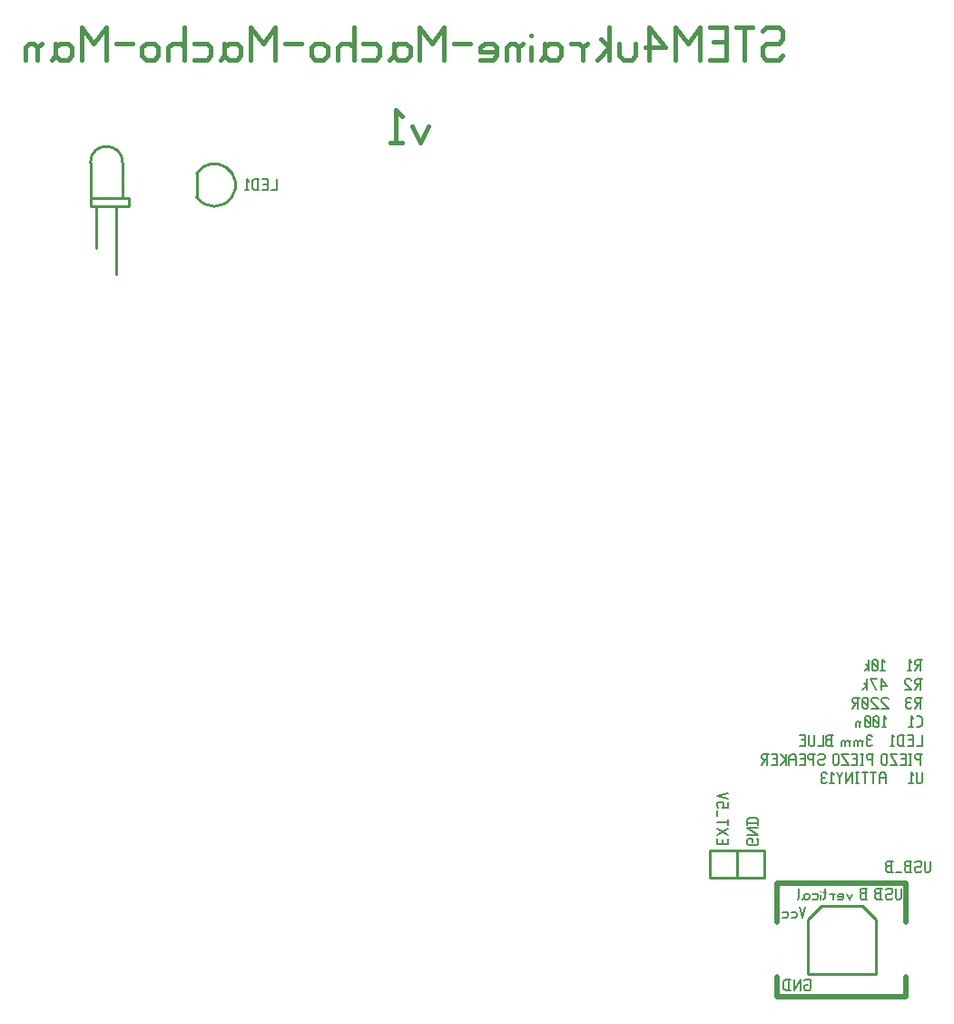
<source format=gbo>
G04 start of page 2 for group 10 layer_idx 5 *
G04 Title: (unknown), bottom_silk *
G04 Creator: pcb-rnd 3.1.5-dev *
G04 CreationDate: 2024-03-24 11:16:41 UTC *
G04 For: STEM4ukraine *
G04 Format: Gerber/RS-274X *
G04 PCB-Dimensions: 393701 374016 *
G04 PCB-Coordinate-Origin: lower left *
%MOIN*%
%FSLAX25Y25*%
%LNBOTTOM_SILK_NONE_10*%
%ADD44C,0.0180*%
%ADD43C,0.0070*%
%ADD42C,0.0200*%
%ADD41C,0.0100*%
G54D41*X118488Y302570D02*Y293887D01*
X93701Y293504D02*Y290354D01*
X79528D01*
Y306496D01*
X93701Y293504D02*X79528D01*
X91339D02*Y306496D01*
X307000Y54016D02*X327000D01*
X307000D02*Y44016D01*
X317000D01*
X88976Y290354D02*Y265551D01*
X81496Y290354D02*Y275000D01*
X327000Y44016D02*Y54016D01*
Y44016D02*X307000D01*
X317000Y54016D02*Y44016D01*
X367972Y8701D02*Y28701D01*
X362972Y33701D01*
X347972D01*
X342972Y28701D01*
Y8701D01*
X367972D01*
G54D42*X331693Y42126D02*Y27638D01*
X379094Y42126D02*Y27638D01*
Y394D02*X331693D01*
Y7874D02*Y394D01*
Y42126D02*X379094D01*
Y7874D02*Y394D01*
G54D41*X118488Y302570D02*G75*G02X131512Y293887I6512J-4341D01*G01*
X131512Y293887D02*G75*G02X118488Y293887I-6512J4341D01*G01*
X91339Y306496D02*G75*G03X79528Y306496I-5906J0D01*G01*
G54D43*X384843Y110220D02*X382843D01*
X382343Y109720D01*
Y108720D01*
X382843Y108220D02*X382343Y108720D01*
X384343Y108220D02*X382843D01*
X384343Y110220D02*Y106220D01*
X383543Y108220D02*X382343Y106220D01*
X381143Y109720D02*X380643Y110220D01*
X379643D01*
X379143Y109720D01*
X379643Y106220D02*X379143Y106720D01*
X380643Y106220D02*X379643D01*
X381143Y106720D02*X380643Y106220D01*
Y108420D02*X379643D01*
X379143Y109720D02*Y108920D01*
Y107920D02*Y106720D01*
Y107920D02*X379643Y108420D01*
X379143Y108920D02*X379643Y108420D01*
X372543Y109720D02*X372043Y110220D01*
X370543D01*
X370043Y109720D01*
Y108720D01*
X372543Y106220D02*X370043Y108720D01*
X372543Y106220D02*X370043D01*
X368843Y109720D02*X368343Y110220D01*
X366843D01*
X366343Y109720D01*
Y108720D01*
X368843Y106220D02*X366343Y108720D01*
X368843Y106220D02*X366343D01*
X365143Y106720D02*X364643Y106220D01*
X365143Y109720D02*Y106720D01*
Y109720D02*X364643Y110220D01*
X363643D01*
X363143Y109720D01*
Y106720D01*
X363643Y106220D02*X363143Y106720D01*
X364643Y106220D02*X363643D01*
X365143Y107220D02*X363143Y109220D01*
X361942Y110220D02*X359942D01*
X359442Y109720D01*
Y108720D01*
X359942Y108220D02*X359442Y108720D01*
X361442Y108220D02*X359942D01*
X361442Y110220D02*Y106220D01*
X360642Y108220D02*X359442Y106220D01*
X384843Y117110D02*X382843D01*
X382343Y116610D01*
Y115610D01*
X382843Y115110D02*X382343Y115610D01*
X384343Y115110D02*X382843D01*
X384343Y117110D02*Y113110D01*
X383543Y115110D02*X382343Y113110D01*
X381143Y116610D02*X380643Y117110D01*
X379143D01*
X378643Y116610D01*
Y115610D01*
X381143Y113110D02*X378643Y115610D01*
X381143Y113110D02*X378643D01*
X372043Y114610D02*X370043Y117110D01*
X372043Y114610D02*X369543D01*
X370043Y117110D02*Y113110D01*
X367843D02*X365843Y117110D01*
X368343D02*X365843D01*
X364643D02*Y113110D01*
Y114610D02*X363143Y113110D01*
X364643Y114610D02*X363643Y115610D01*
X384843Y124000D02*X382843D01*
X382343Y123500D01*
Y122500D01*
X382843Y122000D02*X382343Y122500D01*
X384343Y122000D02*X382843D01*
X384343Y124000D02*Y120000D01*
X383543Y122000D02*X382343Y120000D01*
X381143Y123200D02*X380343Y124000D01*
Y120000D01*
X381143D02*X379643D01*
X371243Y123200D02*X370443Y124000D01*
Y120000D01*
X371243D02*X369743D01*
X368543Y120500D02*X368043Y120000D01*
X368543Y123500D02*Y120500D01*
Y123500D02*X368043Y124000D01*
X367043D01*
X366543Y123500D01*
Y120500D01*
X367043Y120000D02*X366543Y120500D01*
X368043Y120000D02*X367043D01*
X368543Y121000D02*X366543Y123000D01*
X365343Y124000D02*Y120000D01*
Y121500D02*X363843Y120000D01*
X365343Y121500D02*X364343Y122500D01*
X324787Y58102D02*X324287Y58602D01*
X324787Y56602D02*Y58102D01*
X324287Y56102D02*X324787Y56602D01*
X324287Y56102D02*X321287D01*
X320787Y56602D01*
Y58102D01*
X321287Y58602D01*
X322287D02*X321287D01*
X322787Y58102D02*X322287Y58602D01*
X322787Y57102D02*Y58102D01*
X324787Y59802D02*X320787D01*
X324787D02*X320787Y62302D01*
X324787D02*X320787D01*
X324787Y64002D02*X320787D01*
X324787Y65302D02*X324087Y66002D01*
X321487D01*
X320787Y65302D02*X321487Y66002D01*
X320787Y63502D02*Y65302D01*
X324787Y63502D02*Y65302D01*
X384143Y99331D02*X382843D01*
X384843Y100031D02*X384143Y99331D01*
X384843Y102631D02*Y100031D01*
Y102631D02*X384143Y103331D01*
X382843D01*
X381643Y102531D02*X380843Y103331D01*
Y99331D01*
X381643D02*X380143D01*
X371743Y102531D02*X370943Y103331D01*
Y99331D01*
X371743D02*X370243D01*
X369043Y99831D02*X368543Y99331D01*
X369043Y102831D02*Y99831D01*
Y102831D02*X368543Y103331D01*
X367543D01*
X367043Y102831D01*
Y99831D01*
X367543Y99331D02*X367043Y99831D01*
X368543Y99331D02*X367543D01*
X369043Y100331D02*X367043Y102331D01*
X365843Y99831D02*X365343Y99331D01*
X365843Y102831D02*Y99831D01*
Y102831D02*X365343Y103331D01*
X364343D01*
X363843Y102831D01*
Y99831D01*
X364343Y99331D02*X363843Y99831D01*
X365343Y99331D02*X364343D01*
X365843Y100331D02*X363843Y102331D01*
X362142Y100831D02*Y99331D01*
Y100831D02*X361642Y101331D01*
X361142D01*
X360642Y100831D01*
Y99331D01*
X362642Y101331D02*X362142Y100831D01*
X384843Y96441D02*Y92441D01*
X382843D01*
X381643Y94641D02*X380143D01*
X381643Y92441D02*X379643D01*
X381643Y96441D02*Y92441D01*
Y96441D02*X379643D01*
X377943D02*Y92441D01*
X376643Y96441D02*X375943Y95741D01*
Y93141D01*
X376643Y92441D02*X375943Y93141D01*
X378443Y92441D02*X376643D01*
X378443Y96441D02*X376643D01*
X374743Y95641D02*X373943Y96441D01*
Y92441D01*
X374743D02*X373243D01*
X366643Y95941D02*X366143Y96441D01*
X365143D01*
X364643Y95941D01*
X365143Y92441D02*X364643Y92941D01*
X366143Y92441D02*X365143D01*
X366643Y92941D02*X366143Y92441D01*
Y94641D02*X365143D01*
X364643Y95941D02*Y95141D01*
Y94141D02*Y92941D01*
Y94141D02*X365143Y94641D01*
X364643Y95141D02*X365143Y94641D01*
X362942Y93941D02*Y92441D01*
Y93941D02*X362442Y94441D01*
X361942D01*
X361442Y93941D01*
Y92441D01*
Y93941D02*X360942Y94441D01*
X360442D01*
X359942Y93941D01*
Y92441D01*
X363442Y94441D02*X362942Y93941D01*
X358242D02*Y92441D01*
Y93941D02*X357742Y94441D01*
X357242D01*
X356742Y93941D01*
Y92441D01*
Y93941D02*X356242Y94441D01*
X355742D01*
X355242Y93941D01*
Y92441D01*
X358742Y94441D02*X358242Y93941D01*
X352242Y92441D02*X350242D01*
X349742Y92941D01*
Y94141D02*Y92941D01*
X350242Y94641D02*X349742Y94141D01*
X351742Y94641D02*X350242D01*
X351742Y96441D02*Y92441D01*
X352242Y96441D02*X350242D01*
X349742Y95941D01*
Y95141D01*
X350242Y94641D02*X349742Y95141D01*
X348542Y96441D02*Y92441D01*
X346542D01*
X345342Y96441D02*Y92941D01*
X344842Y92441D01*
X343842D01*
X343342Y92941D01*
Y96441D02*Y92941D01*
X342142Y94641D02*X340642D01*
X342142Y92441D02*X340142D01*
X342142Y96441D02*Y92441D01*
Y96441D02*X340142D01*
X384343Y89551D02*Y85551D01*
X384843Y89551D02*X382843D01*
X382343Y89051D01*
Y88051D01*
X382843Y87551D02*X382343Y88051D01*
X384343Y87551D02*X382843D01*
X381143Y89551D02*X380143D01*
X380643D02*Y85551D01*
X381143D02*X380143D01*
X378943Y87751D02*X377443D01*
X378943Y85551D02*X376943D01*
X378943Y89551D02*Y85551D01*
Y89551D02*X376943D01*
X375743D02*X373243D01*
X375743Y85551D02*X373243Y89551D01*
X375743Y85551D02*X373243D01*
X372043Y89051D02*Y86051D01*
Y89051D02*X371543Y89551D01*
X370543D01*
X370043Y89051D01*
Y86051D01*
X370543Y85551D02*X370043Y86051D01*
X371543Y85551D02*X370543D01*
X372043Y86051D02*X371543Y85551D01*
X366542Y89551D02*Y85551D01*
X367042Y89551D02*X365042D01*
X364542Y89051D01*
Y88051D01*
X365042Y87551D02*X364542Y88051D01*
X366542Y87551D02*X365042D01*
X363342Y89551D02*X362342D01*
X362842D02*Y85551D01*
X363342D02*X362342D01*
X361142Y87751D02*X359642D01*
X361142Y85551D02*X359142D01*
X361142Y89551D02*Y85551D01*
Y89551D02*X359142D01*
X357942D02*X355442D01*
X357942Y85551D02*X355442Y89551D01*
X357942Y85551D02*X355442D01*
X354242Y89051D02*Y86051D01*
Y89051D02*X353742Y89551D01*
X352742D01*
X352242Y89051D01*
Y86051D01*
X352742Y85551D02*X352242Y86051D01*
X353742Y85551D02*X352742D01*
X354242Y86051D02*X353742Y85551D01*
X347242Y89551D02*X346742Y89051D01*
X348742Y89551D02*X347242D01*
X349242Y89051D02*X348742Y89551D01*
X349242Y89051D02*Y88051D01*
X348742Y87551D01*
X347242D01*
X346742Y87051D01*
Y86051D01*
X347242Y85551D02*X346742Y86051D01*
X348742Y85551D02*X347242D01*
X349242Y86051D02*X348742Y85551D01*
X345042Y89551D02*Y85551D01*
X345542Y89551D02*X343542D01*
X343042Y89051D01*
Y88051D01*
X343542Y87551D02*X343042Y88051D01*
X345042Y87551D02*X343542D01*
X341842Y87751D02*X340342D01*
X341842Y85551D02*X339842D01*
X341842Y89551D02*Y85551D01*
Y89551D02*X339842D01*
X338642Y88551D02*Y85551D01*
Y88551D02*X337942Y89551D01*
X336842D01*
X336142Y88551D01*
Y85551D01*
X338642Y87551D02*X336142D01*
X334942Y89551D02*Y85551D01*
Y87551D02*X332942Y89551D01*
X334942Y87551D02*X332942Y85551D01*
X331742Y87751D02*X330242D01*
X331742Y85551D02*X329742D01*
X331742Y89551D02*Y85551D01*
Y89551D02*X329742D01*
X328542D02*X326542D01*
X326042Y89051D01*
Y88051D01*
X326542Y87551D02*X326042Y88051D01*
X328042Y87551D02*X326542D01*
X328042Y89551D02*Y85551D01*
X327242Y87551D02*X326042Y85551D01*
X384843Y82661D02*Y79161D01*
X384343Y78661D01*
X383343D01*
X382843Y79161D01*
Y82661D02*Y79161D01*
X381643Y81861D02*X380843Y82661D01*
Y78661D01*
X381643D02*X380143D01*
X371743Y81661D02*Y78661D01*
Y81661D02*X371043Y82661D01*
X369943D01*
X369243Y81661D01*
Y78661D01*
X371743Y80661D02*X369243D01*
X368043Y82661D02*X366043D01*
X367043D02*Y78661D01*
X364843Y82661D02*X362843D01*
X363843D02*Y78661D01*
X361642Y82661D02*X360642D01*
X361142D02*Y78661D01*
X361642D02*X360642D01*
X359442Y82661D02*Y78661D01*
Y82661D02*X356942Y78661D01*
Y82661D02*Y78661D01*
X355742Y82661D02*X354742Y80661D01*
X353742Y82661D01*
X354742Y80661D02*Y78661D01*
X352542Y81861D02*X351742Y82661D01*
Y78661D01*
X352542D02*X351042D01*
X349842Y82161D02*X349342Y82661D01*
X348342D01*
X347842Y82161D01*
X348342Y78661D02*X347842Y79161D01*
X349342Y78661D02*X348342D01*
X349842Y79161D02*X349342Y78661D01*
Y80861D02*X348342D01*
X347842Y82161D02*Y81361D01*
Y80361D02*Y79161D01*
Y80361D02*X348342Y80861D01*
X347842Y81361D02*X348342Y80861D01*
X387972Y50201D02*Y46701D01*
X387472Y46201D01*
X386472D01*
X385972Y46701D01*
Y50201D02*Y46701D01*
X382772Y50201D02*X382272Y49701D01*
X384272Y50201D02*X382772D01*
X384772Y49701D02*X384272Y50201D01*
X384772Y49701D02*Y48701D01*
X384272Y48201D01*
X382772D01*
X382272Y47701D01*
Y46701D01*
X382772Y46201D02*X382272Y46701D01*
X384272Y46201D02*X382772D01*
X384772Y46701D02*X384272Y46201D01*
X381072D02*X379072D01*
X378572Y46701D01*
Y47901D02*Y46701D01*
X379072Y48401D02*X378572Y47901D01*
X380572Y48401D02*X379072D01*
X380572Y50201D02*Y46201D01*
X381072Y50201D02*X379072D01*
X378572Y49701D01*
Y48901D01*
X379072Y48401D02*X378572Y48901D01*
X377372Y46201D02*X375372D01*
X374172D02*X372172D01*
X371672Y46701D01*
Y47901D02*Y46701D01*
X372172Y48401D02*X371672Y47901D01*
X373672Y48401D02*X372172D01*
X373672Y50201D02*Y46201D01*
X374172Y50201D02*X372172D01*
X371672Y49701D01*
Y48901D01*
X372172Y48401D02*X371672Y48901D01*
G54D44*X327661Y356252D02*X326161Y354752D01*
X332161Y356252D02*X327661D01*
X333661Y354752D02*X332161Y356252D01*
X333661Y354752D02*Y351752D01*
X332161Y350252D01*
X327661D01*
X326161Y348752D01*
Y345752D01*
X327661Y344252D02*X326161Y345752D01*
X332161Y344252D02*X327661D01*
X333661Y345752D02*X332161Y344252D01*
X322561Y356252D02*X316561D01*
X319561D02*Y344252D01*
X312961Y350852D02*X308461D01*
X312961Y344252D02*X306961D01*
X312961Y356252D02*Y344252D01*
Y356252D02*X306961D01*
X303361D02*Y344252D01*
Y356252D02*X298861Y350252D01*
X294361Y356252D01*
Y344252D01*
X290761Y348752D02*X284761Y356252D01*
X290761Y348752D02*X283261D01*
X284761Y356252D02*Y344252D01*
X279661Y350252D02*Y345752D01*
X278161Y344252D01*
X275161D01*
X273661Y345752D01*
Y350252D02*Y345752D01*
X270061Y356252D02*Y344252D01*
Y348752D02*X265561Y344252D01*
X270061Y348752D02*X267061Y351752D01*
X260461Y348752D02*Y344252D01*
Y348752D02*X258961Y350252D01*
X255961D01*
X261961D02*X260461Y348752D01*
X247861Y350252D02*X246361Y348752D01*
X250861Y350252D02*X247861D01*
X252361Y348752D02*X250861Y350252D01*
X252361Y348752D02*Y345752D01*
X250861Y344252D01*
X246361Y350252D02*Y345752D01*
X244861Y344252D01*
X250861D02*X247861D01*
X246361Y345752D01*
X241261Y353252D02*Y352952D01*
Y348752D02*Y344252D01*
X236761Y348752D02*Y344252D01*
Y348752D02*X235261Y350252D01*
X233761D01*
X232261Y348752D01*
Y344252D01*
X238261Y350252D02*X236761Y348752D01*
X227161Y344252D02*X222661D01*
X228661Y345752D02*X227161Y344252D01*
X228661Y348752D02*Y345752D01*
Y348752D02*X227161Y350252D01*
X224161D01*
X222661Y348752D01*
X228661Y347252D02*X222661D01*
Y348752D01*
X219061Y350252D02*X213061D01*
X209461Y356252D02*Y344252D01*
Y356252D02*X204961Y350252D01*
X200461Y356252D01*
Y344252D01*
X192361Y350252D02*X190861Y348752D01*
X195361Y350252D02*X192361D01*
X196861Y348752D02*X195361Y350252D01*
X196861Y348752D02*Y345752D01*
X195361Y344252D01*
X190861Y350252D02*Y345752D01*
X189361Y344252D01*
X195361D02*X192361D01*
X190861Y345752D01*
X184261Y350252D02*X179761D01*
X185761Y348752D02*X184261Y350252D01*
X185761Y348752D02*Y345752D01*
X184261Y344252D01*
X179761D01*
X176161Y356252D02*Y344252D01*
Y348752D02*X174661Y350252D01*
X171661D01*
X170161Y348752D01*
Y344252D01*
X166561Y348752D02*Y345752D01*
Y348752D02*X165061Y350252D01*
X162061D01*
X160561Y348752D01*
Y345752D01*
X162061Y344252D02*X160561Y345752D01*
X165061Y344252D02*X162061D01*
X166561Y345752D02*X165061Y344252D01*
X156961Y350252D02*X150961D01*
X147361Y356252D02*Y344252D01*
Y356252D02*X142861Y350252D01*
X138361Y356252D01*
Y344252D01*
X130261Y350252D02*X128761Y348752D01*
X133261Y350252D02*X130261D01*
X134761Y348752D02*X133261Y350252D01*
X134761Y348752D02*Y345752D01*
X133261Y344252D01*
X128761Y350252D02*Y345752D01*
X127261Y344252D01*
X133261D02*X130261D01*
X128761Y345752D01*
X122161Y350252D02*X117661D01*
X123661Y348752D02*X122161Y350252D01*
X123661Y348752D02*Y345752D01*
X122161Y344252D01*
X117661D01*
X114061Y356252D02*Y344252D01*
Y348752D02*X112561Y350252D01*
X109561D01*
X108061Y348752D01*
Y344252D01*
X104461Y348752D02*Y345752D01*
Y348752D02*X102961Y350252D01*
X99961D01*
X98461Y348752D01*
Y345752D01*
X99961Y344252D02*X98461Y345752D01*
X102961Y344252D02*X99961D01*
X104461Y345752D02*X102961Y344252D01*
X94861Y350252D02*X88861D01*
X85261Y356252D02*Y344252D01*
Y356252D02*X80761Y350252D01*
X76261Y356252D01*
Y344252D01*
X68161Y350252D02*X66661Y348752D01*
X71161Y350252D02*X68161D01*
X72661Y348752D02*X71161Y350252D01*
X72661Y348752D02*Y345752D01*
X71161Y344252D01*
X66661Y350252D02*Y345752D01*
X65161Y344252D01*
X71161D02*X68161D01*
X66661Y345752D01*
X60061Y348752D02*Y344252D01*
Y348752D02*X58561Y350252D01*
X57061D01*
X55561Y348752D01*
Y344252D01*
X61561Y350252D02*X60061Y348752D01*
X203740Y319740D02*X200740Y313740D01*
X197740Y319740D02*X200740Y313740D01*
X194140Y323340D02*X191740Y325740D01*
Y313740D01*
X194140D02*X189640D01*
G54D43*X147835Y300378D02*Y296378D01*
X145835D01*
X144635Y298578D02*X143135D01*
X144635Y296378D02*X142635D01*
X144635Y300378D02*Y296378D01*
Y300378D02*X142635D01*
X140935D02*Y296378D01*
X139635Y300378D02*X138935Y299678D01*
Y297078D01*
X139635Y296378D02*X138935Y297078D01*
X141435Y296378D02*X139635D01*
X141435Y300378D02*X139635D01*
X137735Y299578D02*X136935Y300378D01*
Y296378D01*
X137735D02*X136235D01*
X311724Y56524D02*Y58024D01*
X309524Y56524D02*Y58524D01*
X313524Y56524D02*X309524D01*
X313524D02*Y58524D01*
X309524Y59724D02*X313524Y62224D01*
Y59724D02*X309524Y62224D01*
X313524Y63424D02*Y65424D01*
Y64424D02*X309524D01*
Y66624D02*Y68624D01*
X313524Y69824D02*Y71824D01*
Y69824D02*X311524D01*
X312024Y70324D01*
Y71324D01*
X311524Y71824D01*
X310024D01*
X309524Y71324D02*X310024Y71824D01*
X309524Y70324D02*Y71324D01*
X310024Y69824D02*X309524Y70324D01*
X313524Y73024D02*X309524Y74024D01*
X313524Y75024D01*
X377205Y40142D02*Y36642D01*
X376705Y36142D01*
X375705D01*
X375205Y36642D01*
Y40142D02*Y36642D01*
X372005Y40142D02*X371505Y39642D01*
X373505Y40142D02*X372005D01*
X374005Y39642D02*X373505Y40142D01*
X374005Y39642D02*Y38642D01*
X373505Y38142D01*
X372005D01*
X371505Y37642D01*
Y36642D01*
X372005Y36142D02*X371505Y36642D01*
X373505Y36142D02*X372005D01*
X374005Y36642D02*X373505Y36142D01*
X370305D02*X368305D01*
X367805Y36642D01*
Y37842D02*Y36642D01*
X368305Y38342D02*X367805Y37842D01*
X369805Y38342D02*X368305D01*
X369805Y40142D02*Y36142D01*
X370305Y40142D02*X368305D01*
X367805Y39642D01*
Y38842D01*
X368305Y38342D02*X367805Y38842D01*
X364805Y36142D02*X362805D01*
X362305Y36642D01*
Y37842D02*Y36642D01*
X362805Y38342D02*X362305Y37842D01*
X364305Y38342D02*X362805D01*
X364305Y40142D02*Y36142D01*
X364805Y40142D02*X362805D01*
X362305Y39642D01*
Y38842D01*
X362805Y38342D02*X362305Y38842D01*
X359305Y38142D02*X358305Y36142D01*
X357305Y38142D02*X358305Y36142D01*
X355605D02*X354105D01*
X356105Y36642D02*X355605Y36142D01*
X356105Y37642D02*Y36642D01*
Y37642D02*X355605Y38142D01*
X354605D01*
X354105Y37642D01*
X356105Y37142D02*X354105D01*
Y37642D01*
X352405D02*Y36142D01*
Y37642D02*X351905Y38142D01*
X350905D01*
X352905D02*X352405Y37642D01*
X349205Y40142D02*Y36642D01*
X348705Y36142D01*
X349705Y38642D02*X348705D01*
X347705Y39142D02*Y39042D01*
Y37642D02*Y36142D01*
X346205Y38142D02*X344705D01*
X346705Y37642D02*X346205Y38142D01*
X346705Y37642D02*Y36642D01*
X346205Y36142D01*
X344705D01*
X342005Y38142D02*X341505Y37642D01*
X343005Y38142D02*X342005D01*
X343505Y37642D02*X343005Y38142D01*
X343505Y37642D02*Y36642D01*
X343005Y36142D01*
X341505Y38142D02*Y36642D01*
X341005Y36142D01*
X343005D02*X342005D01*
X341505Y36642D01*
X339805Y40142D02*Y36642D01*
X339305Y36142D01*
X342067Y33449D02*X341067Y29449D01*
X340067Y33449D01*
X338367Y31449D02*X336867D01*
X338867Y30949D02*X338367Y31449D01*
X338867Y30949D02*Y29949D01*
X338367Y29449D01*
X336867D01*
X335167Y31449D02*X333667D01*
X335667Y30949D02*X335167Y31449D01*
X335667Y30949D02*Y29949D01*
X335167Y29449D01*
X333667D01*
X342035Y6874D02*X341535Y6374D01*
X343535Y6874D02*X342035D01*
X344035Y6374D02*X343535Y6874D01*
X344035Y6374D02*Y3374D01*
X343535Y2874D01*
X342035D01*
X341535Y3374D01*
Y4374D02*Y3374D01*
X342035Y4874D02*X341535Y4374D01*
X343035Y4874D02*X342035D01*
X340335Y6874D02*Y2874D01*
Y6874D02*X337835Y2874D01*
Y6874D02*Y2874D01*
X336135Y6874D02*Y2874D01*
X334835Y6874D02*X334135Y6174D01*
Y3574D01*
X334835Y2874D02*X334135Y3574D01*
X336635Y2874D02*X334835D01*
X336635Y6874D02*X334835D01*
M02*

</source>
